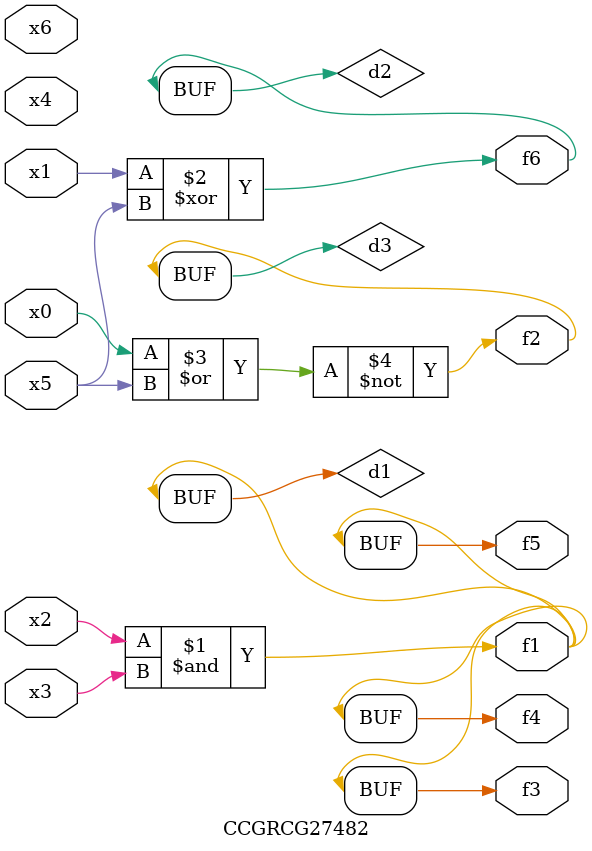
<source format=v>
module CCGRCG27482(
	input x0, x1, x2, x3, x4, x5, x6,
	output f1, f2, f3, f4, f5, f6
);

	wire d1, d2, d3;

	and (d1, x2, x3);
	xor (d2, x1, x5);
	nor (d3, x0, x5);
	assign f1 = d1;
	assign f2 = d3;
	assign f3 = d1;
	assign f4 = d1;
	assign f5 = d1;
	assign f6 = d2;
endmodule

</source>
